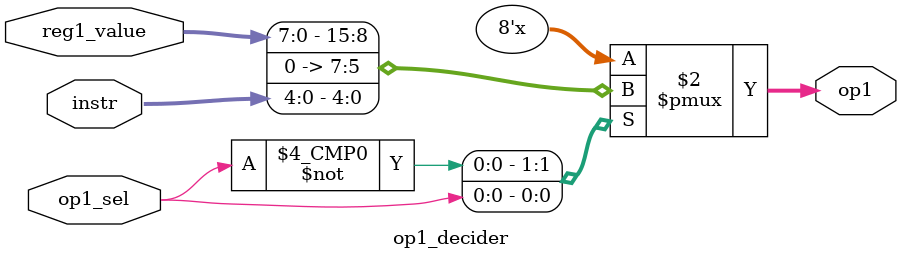
<source format=sv>
module op1_decider (
    input logic [8:0] instr,
    input logic[7:0] reg1_value,
    input logic op1_sel,

    output logic [7:0] op1
);

    // op1_sel values:
    // 0. rx
    // 1. instr[2:0] (imm3)
  always_comb begin
    case (op1_sel)
      0: begin  // rx
        op1 = reg1_value;
      end
      1: begin  // imm5
        op1 = {3'b0, instr[4:0]};
      end
      default:  // bad state, default to accumulator?
      // TODO: add crash logic
      op1 = 4'hf;
    endcase
  end

endmodule

</source>
